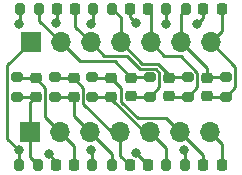
<source format=gbr>
%TF.GenerationSoftware,KiCad,Pcbnew,6.0.11+dfsg-1*%
%TF.CreationDate,2023-08-13T13:31:43-04:00*%
%TF.ProjectId,ButtonDip14,42757474-6f6e-4446-9970-31342e6b6963,rev?*%
%TF.SameCoordinates,Original*%
%TF.FileFunction,Copper,L1,Top*%
%TF.FilePolarity,Positive*%
%FSLAX46Y46*%
G04 Gerber Fmt 4.6, Leading zero omitted, Abs format (unit mm)*
G04 Created by KiCad (PCBNEW 6.0.11+dfsg-1) date 2023-08-13 13:31:43*
%MOMM*%
%LPD*%
G01*
G04 APERTURE LIST*
G04 Aperture macros list*
%AMRoundRect*
0 Rectangle with rounded corners*
0 $1 Rounding radius*
0 $2 $3 $4 $5 $6 $7 $8 $9 X,Y pos of 4 corners*
0 Add a 4 corners polygon primitive as box body*
4,1,4,$2,$3,$4,$5,$6,$7,$8,$9,$2,$3,0*
0 Add four circle primitives for the rounded corners*
1,1,$1+$1,$2,$3*
1,1,$1+$1,$4,$5*
1,1,$1+$1,$6,$7*
1,1,$1+$1,$8,$9*
0 Add four rect primitives between the rounded corners*
20,1,$1+$1,$2,$3,$4,$5,0*
20,1,$1+$1,$4,$5,$6,$7,0*
20,1,$1+$1,$6,$7,$8,$9,0*
20,1,$1+$1,$8,$9,$2,$3,0*%
G04 Aperture macros list end*
%TA.AperFunction,SMDPad,CuDef*%
%ADD10RoundRect,0.218750X0.256250X-0.218750X0.256250X0.218750X-0.256250X0.218750X-0.256250X-0.218750X0*%
%TD*%
%TA.AperFunction,SMDPad,CuDef*%
%ADD11RoundRect,0.200000X-0.200000X-0.275000X0.200000X-0.275000X0.200000X0.275000X-0.200000X0.275000X0*%
%TD*%
%TA.AperFunction,SMDPad,CuDef*%
%ADD12RoundRect,0.200000X0.275000X-0.200000X0.275000X0.200000X-0.275000X0.200000X-0.275000X-0.200000X0*%
%TD*%
%TA.AperFunction,SMDPad,CuDef*%
%ADD13RoundRect,0.218750X-0.256250X0.218750X-0.256250X-0.218750X0.256250X-0.218750X0.256250X0.218750X0*%
%TD*%
%TA.AperFunction,SMDPad,CuDef*%
%ADD14RoundRect,0.225000X-0.225000X-0.250000X0.225000X-0.250000X0.225000X0.250000X-0.225000X0.250000X0*%
%TD*%
%TA.AperFunction,SMDPad,CuDef*%
%ADD15RoundRect,0.200000X0.200000X0.275000X-0.200000X0.275000X-0.200000X-0.275000X0.200000X-0.275000X0*%
%TD*%
%TA.AperFunction,SMDPad,CuDef*%
%ADD16RoundRect,0.200000X-0.275000X0.200000X-0.275000X-0.200000X0.275000X-0.200000X0.275000X0.200000X0*%
%TD*%
%TA.AperFunction,SMDPad,CuDef*%
%ADD17RoundRect,0.225000X0.225000X0.250000X-0.225000X0.250000X-0.225000X-0.250000X0.225000X-0.250000X0*%
%TD*%
%TA.AperFunction,ComponentPad*%
%ADD18R,1.700000X1.700000*%
%TD*%
%TA.AperFunction,ComponentPad*%
%ADD19O,1.700000X1.700000*%
%TD*%
%TA.AperFunction,ViaPad*%
%ADD20C,0.800000*%
%TD*%
%TA.AperFunction,Conductor*%
%ADD21C,0.250000*%
%TD*%
G04 APERTURE END LIST*
D10*
%TO.P,D6,1,K*%
%TO.N,/Q6*%
X134285950Y-108717500D03*
%TO.P,D6,2,A*%
%TO.N,/I6*%
X134285950Y-107142500D03*
%TD*%
D11*
%TO.P,R1,1*%
%TO.N,VCC*%
X118368648Y-114554000D03*
%TO.P,R1,2*%
%TO.N,/I1*%
X120018648Y-114554000D03*
%TD*%
D10*
%TO.P,D5,1,K*%
%TO.N,/Q5*%
X131077860Y-108717500D03*
%TO.P,D5,2,A*%
%TO.N,/I5*%
X131077860Y-107142500D03*
%TD*%
D12*
%TO.P,R8,1*%
%TO.N,/Q4*%
X129473815Y-108775000D03*
%TO.P,R8,2*%
%TO.N,/I4*%
X129473815Y-107125000D03*
%TD*%
D10*
%TO.P,D4,1,K*%
%TO.N,/Q4*%
X127869770Y-108717500D03*
%TO.P,D4,2,A*%
%TO.N,/I4*%
X127869770Y-107142500D03*
%TD*%
D13*
%TO.P,D3,1,K*%
%TO.N,/Q3*%
X126225725Y-107182500D03*
%TO.P,D3,2,A*%
%TO.N,/I3*%
X126225725Y-108757500D03*
%TD*%
D12*
%TO.P,R12,1*%
%TO.N,/Q6*%
X135890000Y-108775000D03*
%TO.P,R12,2*%
%TO.N,/I6*%
X135890000Y-107125000D03*
%TD*%
D14*
%TO.P,C3,1*%
%TO.N,/Q3*%
X134012568Y-114554000D03*
%TO.P,C3,2*%
%TO.N,GND*%
X135562568Y-114554000D03*
%TD*%
D15*
%TO.P,R5,1*%
%TO.N,VCC*%
X132493784Y-114554000D03*
%TO.P,R5,2*%
%TO.N,/I3*%
X130843784Y-114554000D03*
%TD*%
D16*
%TO.P,R6,1*%
%TO.N,/Q3*%
X124621680Y-107125000D03*
%TO.P,R6,2*%
%TO.N,/I3*%
X124621680Y-108775000D03*
%TD*%
D17*
%TO.P,C4,1*%
%TO.N,/Q4*%
X123152200Y-101346000D03*
%TO.P,C4,2*%
%TO.N,GND*%
X121602200Y-101346000D03*
%TD*%
%TO.P,C1,1*%
%TO.N,/Q1*%
X123087432Y-114554000D03*
%TO.P,C1,2*%
%TO.N,GND*%
X121537432Y-114554000D03*
%TD*%
D18*
%TO.P,J2,1,Pin_1*%
%TO.N,/I1*%
X119340000Y-111760000D03*
D19*
%TO.P,J2,2,Pin_2*%
%TO.N,/Q1*%
X121880000Y-111760000D03*
%TO.P,J2,3,Pin_3*%
%TO.N,/I2*%
X124420000Y-111760000D03*
%TO.P,J2,4,Pin_4*%
%TO.N,/Q2*%
X126960000Y-111760000D03*
%TO.P,J2,5,Pin_5*%
%TO.N,/I3*%
X129500000Y-111760000D03*
%TO.P,J2,6,Pin_6*%
%TO.N,/Q3*%
X132040000Y-111760000D03*
%TO.P,J2,7,Pin_7*%
%TO.N,GND*%
X134580000Y-111760000D03*
%TD*%
D18*
%TO.P,J1,1,Pin_1*%
%TO.N,VCC*%
X119375000Y-104140000D03*
D19*
%TO.P,J1,2,Pin_2*%
%TO.N,/I4*%
X121915000Y-104140000D03*
%TO.P,J1,3,Pin_3*%
%TO.N,/Q4*%
X124455000Y-104140000D03*
%TO.P,J1,4,Pin_4*%
%TO.N,/I5*%
X126995000Y-104140000D03*
%TO.P,J1,5,Pin_5*%
%TO.N,/Q5*%
X129535000Y-104140000D03*
%TO.P,J1,6,Pin_6*%
%TO.N,/I6*%
X132075000Y-104140000D03*
%TO.P,J1,7,Pin_7*%
%TO.N,/Q6*%
X134615000Y-104140000D03*
%TD*%
D12*
%TO.P,R10,1*%
%TO.N,/Q5*%
X132681905Y-108775000D03*
%TO.P,R10,2*%
%TO.N,/I5*%
X132681905Y-107125000D03*
%TD*%
D14*
%TO.P,C2,1*%
%TO.N,/Q2*%
X127775000Y-114554000D03*
%TO.P,C2,2*%
%TO.N,GND*%
X129325000Y-114554000D03*
%TD*%
D11*
%TO.P,R11,1*%
%TO.N,VCC*%
X130848600Y-101346000D03*
%TO.P,R11,2*%
%TO.N,/I6*%
X132498600Y-101346000D03*
%TD*%
D13*
%TO.P,D2,1,K*%
%TO.N,/Q2*%
X123017635Y-107182500D03*
%TO.P,D2,2,A*%
%TO.N,/I2*%
X123017635Y-108757500D03*
%TD*%
D17*
%TO.P,C6,1*%
%TO.N,/Q6*%
X135547400Y-101346000D03*
%TO.P,C6,2*%
%TO.N,GND*%
X133997400Y-101346000D03*
%TD*%
D16*
%TO.P,R4,1*%
%TO.N,/Q2*%
X121413590Y-107125000D03*
%TO.P,R4,2*%
%TO.N,/I2*%
X121413590Y-108775000D03*
%TD*%
D11*
%TO.P,R9,1*%
%TO.N,VCC*%
X124651000Y-101346000D03*
%TO.P,R9,2*%
%TO.N,/I5*%
X126301000Y-101346000D03*
%TD*%
%TO.P,R3,1*%
%TO.N,VCC*%
X124606216Y-114554000D03*
%TO.P,R3,2*%
%TO.N,/I2*%
X126256216Y-114554000D03*
%TD*%
D16*
%TO.P,R2,1*%
%TO.N,/Q1*%
X118205500Y-107125000D03*
%TO.P,R2,2*%
%TO.N,/I1*%
X118205500Y-108775000D03*
%TD*%
D17*
%TO.P,C5,1*%
%TO.N,/Q5*%
X129349800Y-101346000D03*
%TO.P,C5,2*%
%TO.N,GND*%
X127799800Y-101346000D03*
%TD*%
D13*
%TO.P,D1,1,K*%
%TO.N,/Q1*%
X119809545Y-107182500D03*
%TO.P,D1,2,A*%
%TO.N,/I1*%
X119809545Y-108757500D03*
%TD*%
D11*
%TO.P,R7,1*%
%TO.N,VCC*%
X118453400Y-101346000D03*
%TO.P,R7,2*%
%TO.N,/I4*%
X120103400Y-101346000D03*
%TD*%
D20*
%TO.N,GND*%
X133477000Y-102616000D03*
X128270000Y-102489000D03*
X121539000Y-102489000D03*
X120904000Y-113627500D03*
X128270000Y-113500500D03*
%TO.N,VCC*%
X132334000Y-113284000D03*
X118364000Y-113284000D03*
X124465000Y-113281500D03*
X130810000Y-102616000D03*
X124460000Y-102616000D03*
X118364000Y-102616000D03*
%TD*%
D21*
%TO.N,GND*%
X121602200Y-101346000D02*
X121602200Y-102425800D01*
X121602200Y-102425800D02*
X121539000Y-102489000D01*
X127799800Y-101346000D02*
X127799800Y-102018800D01*
X127799800Y-102018800D02*
X128270000Y-102489000D01*
X133997400Y-101346000D02*
X133997400Y-102095600D01*
X133997400Y-102095600D02*
X133477000Y-102616000D01*
X121537432Y-114554000D02*
X121537432Y-114260932D01*
X121537432Y-114260932D02*
X120904000Y-113627500D01*
X128271500Y-113500500D02*
X128270000Y-113500500D01*
X129325000Y-114554000D02*
X128271500Y-113500500D01*
X135562568Y-114554000D02*
X135562568Y-112742568D01*
X135562568Y-112742568D02*
X134580000Y-111760000D01*
X121537432Y-114554000D02*
X121537432Y-114171432D01*
%TO.N,VCC*%
X118364000Y-113284000D02*
X117405500Y-112325500D01*
X117405500Y-106109500D02*
X119375000Y-104140000D01*
X117405500Y-112325500D02*
X117405500Y-106109500D01*
%TO.N,/Q6*%
X135890000Y-108775000D02*
X136690000Y-107975000D01*
X136690000Y-107975000D02*
X136690000Y-106215000D01*
X136690000Y-106215000D02*
X134615000Y-104140000D01*
%TO.N,/I6*%
X134285950Y-107142500D02*
X134285950Y-106350950D01*
X134285950Y-106350950D02*
X132075000Y-104140000D01*
%TO.N,/Q5*%
X132681905Y-108775000D02*
X133481905Y-107975000D01*
X133481905Y-107975000D02*
X133481905Y-106707538D01*
X133481905Y-106707538D02*
X132089367Y-105315000D01*
X132089367Y-105315000D02*
X130710000Y-105315000D01*
X130710000Y-105315000D02*
X129535000Y-104140000D01*
%TO.N,/Q4*%
X125630000Y-105315000D02*
X124455000Y-104140000D01*
X127534310Y-105315000D02*
X125630000Y-105315000D01*
X129966277Y-106400000D02*
X128619310Y-106400000D01*
X130273815Y-106707538D02*
X129966277Y-106400000D01*
X130273815Y-107975000D02*
X130273815Y-106707538D01*
%TO.N,/I5*%
X130152466Y-105950499D02*
X128805499Y-105950499D01*
%TO.N,/Q4*%
X129473815Y-108775000D02*
X130273815Y-107975000D01*
X128619310Y-106400000D02*
X127534310Y-105315000D01*
%TO.N,/I5*%
X131077860Y-107142500D02*
X131077860Y-106875893D01*
X128805499Y-105950499D02*
X126995000Y-104140000D01*
X131077860Y-106875893D02*
X130152466Y-105950499D01*
%TO.N,/I4*%
X123539501Y-105764501D02*
X121915000Y-104140000D01*
X126491771Y-105764501D02*
X123539501Y-105764501D01*
X127869770Y-107142500D02*
X126491771Y-105764501D01*
%TO.N,/Q3*%
X128493291Y-110585000D02*
X130865000Y-110585000D01*
X130865000Y-110585000D02*
X132040000Y-111760000D01*
X127069770Y-109161479D02*
X128493291Y-110585000D01*
X127069770Y-108026545D02*
X127069770Y-109161479D01*
X126225725Y-107182500D02*
X127069770Y-108026545D01*
%TO.N,/I3*%
X129032601Y-111760000D02*
X129500000Y-111760000D01*
X126225725Y-108953124D02*
X129032601Y-111760000D01*
X126225725Y-108757500D02*
X126225725Y-108953124D01*
%TO.N,/Q2*%
X123017635Y-107182500D02*
X123817635Y-107982500D01*
X123817635Y-109339635D02*
X126238000Y-111760000D01*
X123817635Y-107982500D02*
X123817635Y-109339635D01*
X126238000Y-111760000D02*
X126960000Y-111760000D01*
%TO.N,/I2*%
X123017635Y-108757500D02*
X123017635Y-110357635D01*
X123017635Y-110357635D02*
X124420000Y-111760000D01*
%TO.N,/Q1*%
X119809545Y-107182500D02*
X120609545Y-107982500D01*
X120609545Y-110489545D02*
X121880000Y-111760000D01*
X120609545Y-107982500D02*
X120609545Y-110489545D01*
%TO.N,/I1*%
X119809545Y-108757500D02*
X119340000Y-109227045D01*
X119340000Y-109227045D02*
X119340000Y-111760000D01*
X119809545Y-108757500D02*
X118223000Y-108757500D01*
X118223000Y-108757500D02*
X118205500Y-108775000D01*
%TO.N,/Q1*%
X119809545Y-107182500D02*
X118263000Y-107182500D01*
X118263000Y-107182500D02*
X118205500Y-107125000D01*
%TO.N,/Q2*%
X123017635Y-107182500D02*
X121471090Y-107182500D01*
X121471090Y-107182500D02*
X121413590Y-107125000D01*
%TO.N,/I2*%
X123017635Y-108757500D02*
X121431090Y-108757500D01*
X121431090Y-108757500D02*
X121413590Y-108775000D01*
%TO.N,/I3*%
X126225725Y-108757500D02*
X124639180Y-108757500D01*
X124639180Y-108757500D02*
X124621680Y-108775000D01*
%TO.N,/Q3*%
X126225725Y-107182500D02*
X124679180Y-107182500D01*
X124679180Y-107182500D02*
X124621680Y-107125000D01*
%TO.N,/Q4*%
X129473815Y-108775000D02*
X127927270Y-108775000D01*
X127927270Y-108775000D02*
X127869770Y-108717500D01*
%TO.N,/I4*%
X129473815Y-107125000D02*
X127887270Y-107125000D01*
X127887270Y-107125000D02*
X127869770Y-107142500D01*
%TO.N,/Q5*%
X132681905Y-108775000D02*
X131135360Y-108775000D01*
X131135360Y-108775000D02*
X131077860Y-108717500D01*
%TO.N,/I5*%
X132681905Y-107125000D02*
X131095360Y-107125000D01*
X131095360Y-107125000D02*
X131077860Y-107142500D01*
%TO.N,/Q6*%
X135890000Y-108775000D02*
X134343450Y-108775000D01*
X134343450Y-108775000D02*
X134285950Y-108717500D01*
%TO.N,/I6*%
X135890000Y-107125000D02*
X134303450Y-107125000D01*
X134303450Y-107125000D02*
X134285950Y-107142500D01*
%TO.N,VCC*%
X118368648Y-114554000D02*
X118368648Y-113288648D01*
X118368648Y-113288648D02*
X118364000Y-113284000D01*
X124606216Y-114554000D02*
X124606216Y-113422716D01*
X124606216Y-113422716D02*
X124465000Y-113281500D01*
X132493784Y-114554000D02*
X132493784Y-113443784D01*
X132493784Y-113443784D02*
X132334000Y-113284000D01*
%TO.N,/Q3*%
X134012568Y-114554000D02*
X134012568Y-113732568D01*
X134012568Y-113732568D02*
X132040000Y-111760000D01*
%TO.N,/I3*%
X130843784Y-114554000D02*
X130843784Y-113103784D01*
X130843784Y-113103784D02*
X129500000Y-111760000D01*
%TO.N,/Q2*%
X127775000Y-114554000D02*
X126960000Y-113739000D01*
X126960000Y-113739000D02*
X126960000Y-111760000D01*
%TO.N,/I2*%
X126256216Y-114554000D02*
X126256216Y-113596216D01*
X126256216Y-113596216D02*
X124420000Y-111760000D01*
%TO.N,/Q1*%
X123087432Y-114554000D02*
X123087432Y-112967432D01*
X123087432Y-112967432D02*
X121880000Y-111760000D01*
%TO.N,/I1*%
X120018648Y-114554000D02*
X119340000Y-113875352D01*
X119340000Y-113875352D02*
X119340000Y-111760000D01*
%TO.N,VCC*%
X124651000Y-101346000D02*
X124651000Y-102425000D01*
X124651000Y-102425000D02*
X124460000Y-102616000D01*
X130848600Y-101346000D02*
X130848600Y-102577400D01*
X130848600Y-102577400D02*
X130810000Y-102616000D01*
X118453400Y-101346000D02*
X118453400Y-102526600D01*
X118453400Y-102526600D02*
X118364000Y-102616000D01*
%TO.N,/I4*%
X120103400Y-101346000D02*
X120103400Y-102328400D01*
X120103400Y-102328400D02*
X121915000Y-104140000D01*
%TO.N,/Q4*%
X123152200Y-101346000D02*
X123152200Y-102837200D01*
X123152200Y-102837200D02*
X124455000Y-104140000D01*
%TO.N,/I5*%
X126995000Y-104140000D02*
X126995000Y-102040000D01*
X126995000Y-102040000D02*
X126301000Y-101346000D01*
%TO.N,/Q6*%
X135547400Y-101346000D02*
X135547400Y-103207600D01*
X135547400Y-103207600D02*
X134615000Y-104140000D01*
%TO.N,/Q5*%
X129349800Y-101346000D02*
X129535000Y-101531200D01*
X129535000Y-101531200D02*
X129535000Y-104140000D01*
%TO.N,/I6*%
X132498600Y-101346000D02*
X132075000Y-101769600D01*
X132075000Y-101769600D02*
X132075000Y-104140000D01*
%TD*%
M02*

</source>
